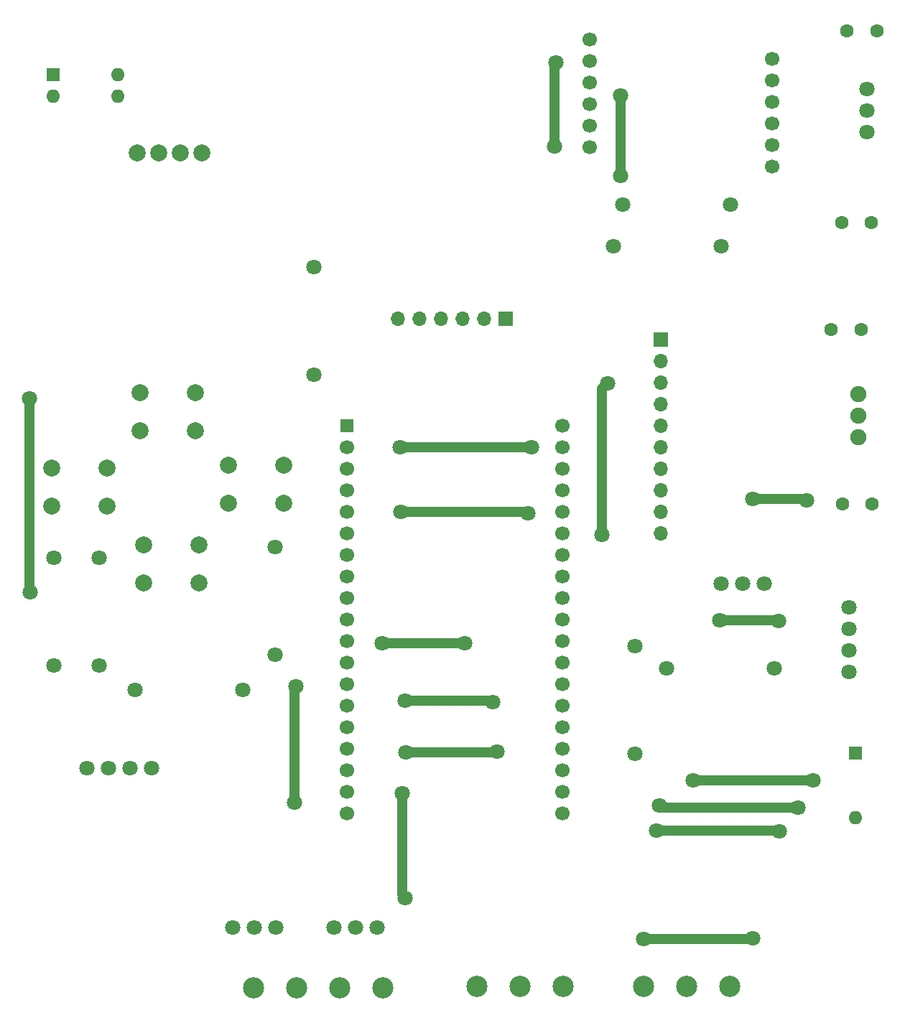
<source format=gbr>
G04 #@! TF.GenerationSoftware,KiCad,Pcbnew,(5.1.4)-1*
G04 #@! TF.CreationDate,2021-01-15T10:18:38-05:00*
G04 #@! TF.ProjectId,DATALITE,44415441-4c49-4544-952e-6b696361645f,rev?*
G04 #@! TF.SameCoordinates,Original*
G04 #@! TF.FileFunction,Copper,L2,Bot*
G04 #@! TF.FilePolarity,Positive*
%FSLAX46Y46*%
G04 Gerber Fmt 4.6, Leading zero omitted, Abs format (unit mm)*
G04 Created by KiCad (PCBNEW (5.1.4)-1) date 2021-01-15 10:18:38*
%MOMM*%
%LPD*%
G04 APERTURE LIST*
%ADD10C,2.500000*%
%ADD11R,1.560000X1.560000*%
%ADD12C,1.700000*%
%ADD13C,1.600000*%
%ADD14C,1.800000*%
%ADD15R,1.700000X1.700000*%
%ADD16O,1.700000X1.700000*%
%ADD17C,2.000000*%
%ADD18R,1.600000X1.600000*%
%ADD19O,1.600000X1.600000*%
%ADD20C,1.905000*%
%ADD21C,1.200000*%
G04 APERTURE END LIST*
D10*
X34930000Y11250000D03*
X40010000Y11250000D03*
X29850000Y11250000D03*
X45090000Y11250000D03*
D11*
X40850000Y77610000D03*
D12*
X40850000Y75070000D03*
X40850000Y31890000D03*
X40850000Y72530000D03*
X40850000Y69990000D03*
X40850000Y67450000D03*
X40850000Y64910000D03*
X40850000Y62370000D03*
X40850000Y59830000D03*
X40850000Y57290000D03*
X40850000Y54750000D03*
X40850000Y52210000D03*
X40850000Y49670000D03*
X40850000Y47130000D03*
X40850000Y44590000D03*
X40850000Y42050000D03*
X40850000Y39510000D03*
X40850000Y36970000D03*
X40850000Y34430000D03*
X66250000Y77610000D03*
X66250000Y75070000D03*
X66250000Y72530000D03*
X66250000Y69990000D03*
X66250000Y67450000D03*
X66250000Y64910000D03*
X66250000Y62370000D03*
X66250000Y59830000D03*
X66250000Y57290000D03*
X66250000Y54750000D03*
X66250000Y52210000D03*
X66250000Y49670000D03*
X66250000Y47130000D03*
X66250000Y44590000D03*
X66250000Y42050000D03*
X66250000Y39510000D03*
X66250000Y36970000D03*
X66250000Y34430000D03*
X66250000Y31890000D03*
D13*
X99250000Y68350000D03*
X102750000Y68350000D03*
X103300000Y124100000D03*
X99800000Y124100000D03*
X102650000Y101550000D03*
X99150000Y101550000D03*
X97950000Y88950000D03*
X101450000Y88950000D03*
D12*
X69500000Y110450000D03*
X69500000Y112990000D03*
X69500000Y115530000D03*
X69500000Y118070000D03*
X69500000Y120610000D03*
X69500000Y123150000D03*
X91000000Y108150000D03*
X91000000Y110690000D03*
X91000000Y113230000D03*
X91000000Y115770000D03*
X91000000Y118310000D03*
X91000000Y120850000D03*
D14*
X84950000Y58950000D03*
X87490000Y58950000D03*
X90030000Y58950000D03*
D15*
X59550000Y90150000D03*
D16*
X57010000Y90150000D03*
X54470000Y90150000D03*
X51930000Y90150000D03*
X49390000Y90150000D03*
X46850000Y90150000D03*
D15*
X77850000Y87750000D03*
D16*
X77850000Y85210000D03*
X77850000Y82670000D03*
X77850000Y80130000D03*
X77850000Y77590000D03*
X77850000Y75050000D03*
X77850000Y72510000D03*
X77850000Y69970000D03*
X77850000Y67430000D03*
X77850000Y64890000D03*
D14*
X10200000Y37150000D03*
X12740000Y37150000D03*
X15280000Y37150000D03*
X17820000Y37150000D03*
X100050000Y56150000D03*
X100050000Y53610000D03*
X100050000Y51070000D03*
X100050000Y48530000D03*
X39370000Y18400000D03*
X41910000Y18400000D03*
X44450000Y18400000D03*
X32500000Y18400000D03*
X29960000Y18400000D03*
X27420000Y18400000D03*
D10*
X75840000Y11450000D03*
X80920000Y11450000D03*
X86000000Y11450000D03*
X66360000Y11450000D03*
X61280000Y11450000D03*
X56200000Y11450000D03*
D14*
X37000000Y96300000D03*
X37000000Y83600000D03*
X72250000Y98750000D03*
X84950000Y98750000D03*
X73350000Y103650000D03*
X86050000Y103650000D03*
X91200000Y48950000D03*
X78500000Y48950000D03*
X74800000Y38850000D03*
X74800000Y51550000D03*
X6300000Y49300000D03*
X6300000Y62000000D03*
X11650000Y49300000D03*
X11650000Y62000000D03*
X28600000Y46450000D03*
X15900000Y46450000D03*
X32400000Y63250000D03*
X32400000Y50550000D03*
D17*
X6050000Y68100000D03*
X6050000Y72600000D03*
X12550000Y68100000D03*
X12550000Y72600000D03*
X23000000Y81500000D03*
X23000000Y77000000D03*
X16500000Y81500000D03*
X16500000Y77000000D03*
X23400000Y63550000D03*
X23400000Y59050000D03*
X16900000Y63550000D03*
X16900000Y59050000D03*
X26900000Y68450000D03*
X26900000Y72950000D03*
X33400000Y68450000D03*
X33400000Y72950000D03*
D18*
X6200000Y119000000D03*
D19*
X13820000Y116460000D03*
X6200000Y116460000D03*
X13820000Y119000000D03*
D20*
X101100000Y76200000D03*
X101100000Y78740000D03*
X101100000Y81280000D03*
D17*
X23750000Y109750000D03*
X21210000Y109750000D03*
X16130000Y109750000D03*
X18670000Y109750000D03*
D14*
X102150000Y117250000D03*
X102150000Y114710000D03*
X102150000Y112170000D03*
D18*
X100800000Y39000000D03*
D19*
X100800000Y31380000D03*
D14*
X95050000Y68750000D03*
X88700000Y68900000D03*
X65350000Y110500000D03*
X65450000Y120450000D03*
X47800000Y39050000D03*
X58550000Y39150000D03*
X77650000Y32750000D03*
X94000000Y32550000D03*
X88650000Y17150000D03*
X75800000Y17050000D03*
X91700000Y54500000D03*
X84800000Y54600000D03*
X54750000Y51900000D03*
X45000000Y51900000D03*
X34800000Y46850000D03*
X34700000Y33100000D03*
X47350000Y34250000D03*
X47700000Y21900000D03*
X91850000Y29700000D03*
X77350000Y29800000D03*
X95800000Y35750000D03*
X81650000Y35750000D03*
X73100000Y116500000D03*
X73100000Y107050000D03*
X47750000Y45100000D03*
X58050000Y44950000D03*
X3550000Y57950000D03*
X3400000Y80800000D03*
X47100000Y75000000D03*
X47200000Y67400000D03*
X62200000Y67250000D03*
X62600000Y75050000D03*
X71550000Y82600000D03*
X70950000Y64700000D03*
D21*
X70950000Y82000000D02*
X71550000Y82600000D01*
X70950000Y64700000D02*
X70950000Y82000000D01*
X91600000Y54600000D02*
X91700000Y54500000D01*
X84800000Y54600000D02*
X91600000Y54600000D01*
X65350000Y120350000D02*
X65450000Y120450000D01*
X65350000Y110500000D02*
X65350000Y120350000D01*
X94900000Y68900000D02*
X95050000Y68750000D01*
X88700000Y68900000D02*
X94900000Y68900000D01*
X91750000Y29800000D02*
X91850000Y29700000D01*
X77350000Y29800000D02*
X91750000Y29800000D01*
X73100000Y107050000D02*
X73100000Y116500000D01*
X88550000Y17050000D02*
X88650000Y17150000D01*
X75800000Y17050000D02*
X88550000Y17050000D01*
X81650000Y35750000D02*
X95800000Y35750000D01*
X62550000Y75000000D02*
X62600000Y75050000D01*
X47100000Y75000000D02*
X62550000Y75000000D01*
X62050000Y67400000D02*
X62200000Y67250000D01*
X47200000Y67400000D02*
X62050000Y67400000D01*
X3400000Y58100000D02*
X3550000Y57950000D01*
X3400000Y80800000D02*
X3400000Y58100000D01*
X58450000Y39050000D02*
X58550000Y39150000D01*
X47800000Y39050000D02*
X58450000Y39050000D01*
X77850000Y32550000D02*
X77650000Y32750000D01*
X94000000Y32550000D02*
X77850000Y32550000D01*
X45000000Y51900000D02*
X54750000Y51900000D01*
X34700000Y46750000D02*
X34800000Y46850000D01*
X34700000Y33100000D02*
X34700000Y46750000D01*
X47350000Y22250000D02*
X47700000Y21900000D01*
X47350000Y34250000D02*
X47350000Y22250000D01*
X57900000Y45100000D02*
X58050000Y44950000D01*
X47750000Y45100000D02*
X57900000Y45100000D01*
M02*

</source>
